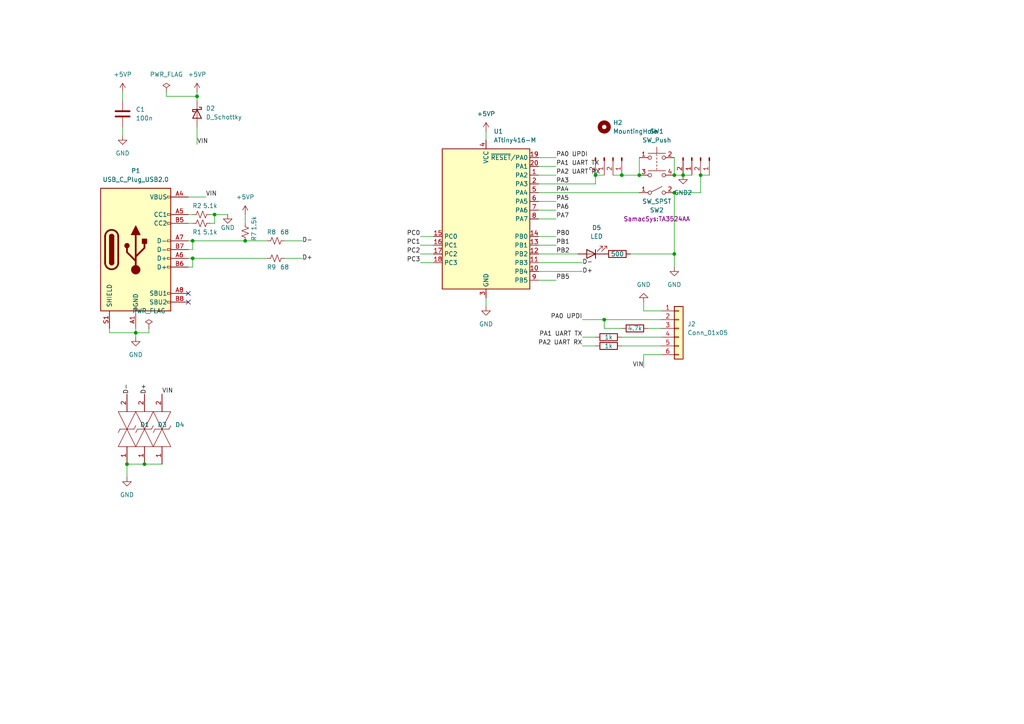
<source format=kicad_sch>
(kicad_sch (version 20230121) (generator eeschema)
  (paper "A4")
  (lib_symbols
    (symbol "Connector:Conn_01x02_Pin" (pin_names (offset 1.016) hide)
      (property "Reference" "J" (at 0 2.54 0))
      (property "Value" "Conn_01x02_Pin" (at 0 -5.08 0))
      (symbol "Conn_01x02_Pin_1_1"
        (polyline (pts (xy 1.27 -2.54) (xy 0.8636 -2.54)) (stroke (width 0.1524)))
        (polyline (pts (xy 1.27 0) (xy 0.8636 0)) (stroke (width 0.1524)))
        (rectangle (start 0.8636 -2.413) (end 0 -2.667) (stroke (width 0.1524)) (fill (type outline)))
        (rectangle (start 0.8636 0.127) (end 0 -0.127) (stroke (width 0.1524)) (fill (type outline)))
        (pin passive line (at 5.08 0 180) (length 3.81) (name "Pin_1") (number "1"))
        (pin passive line (at 5.08 -2.54 180) (length 3.81) (name "Pin_2") (number "2"))
      )
    )
    (symbol "Connector:USB_C_Receptacle_USB2.0" (pin_names (offset 1.016))
      (property "Reference" "J" (at -10.16 19.05 0))
      (property "Value" "USB_C_Receptacle_USB2.0" (at 19.05 19.05 0))
      (symbol "USB_C_Receptacle_USB2.0_0_0"
        (rectangle (start -0.254 -17.78) (end 0.254 -16.764))
        (rectangle (start 10.16 -14.986) (end 9.144 -15.494))
        (rectangle (start 10.16 -12.446) (end 9.144 -12.954))
        (rectangle (start 10.16 -4.826) (end 9.144 -5.334))
        (rectangle (start 10.16 -2.286) (end 9.144 -2.794))
        (rectangle (start 10.16 0.254) (end 9.144 -0.254))
        (rectangle (start 10.16 2.794) (end 9.144 2.286))
        (rectangle (start 10.16 7.874) (end 9.144 7.366))
        (rectangle (start 10.16 10.414) (end 9.144 9.906))
        (rectangle (start 10.16 15.494) (end 9.144 14.986))
      )
      (symbol "USB_C_Receptacle_USB2.0_0_1"
        (rectangle (start -10.16 17.78) (end 10.16 -17.78) (stroke (width 0.254)) (fill (type background)))
        (arc (start -8.89 -3.81) (mid -6.985 -5.7067) (end -5.08 -3.81) (stroke (width 0.508)))
        (arc (start -7.62 -3.81) (mid -6.985 -4.4423) (end -6.35 -3.81) (stroke (width 0.254)))
        (arc (start -7.62 -3.81) (mid -6.985 -4.4423) (end -6.35 -3.81) (stroke (width 0.254)) (fill (type outline)))
        (rectangle (start -7.62 -3.81) (end -6.35 3.81) (stroke (width 0.254)) (fill (type outline)))
        (arc (start -6.35 3.81) (mid -6.985 4.4423) (end -7.62 3.81) (stroke (width 0.254)))
        (arc (start -6.35 3.81) (mid -6.985 4.4423) (end -7.62 3.81) (stroke (width 0.254)) (fill (type outline)))
        (arc (start -5.08 3.81) (mid -6.985 5.7067) (end -8.89 3.81) (stroke (width 0.508)))
        (circle (center -2.54 1.143) (radius 0.635) (stroke (width 0.254)) (fill (type outline)))
        (circle (center 0 -5.842) (radius 1.27) (fill (type outline)))
        (polyline (pts (xy -8.89 -3.81) (xy -8.89 3.81)) (stroke (width 0.508)))
        (polyline (pts (xy -5.08 3.81) (xy -5.08 -3.81)) (stroke (width 0.508)))
        (polyline (pts (xy 0 -5.842) (xy 0 4.318)) (stroke (width 0.508)))
        (polyline (pts (xy 0 -3.302) (xy -2.54 -0.762) (xy -2.54 0.508)) (stroke (width 0.508)))
        (polyline (pts (xy 0 -2.032) (xy 2.54 0.508) (xy 2.54 1.778)) (stroke (width 0.508)))
        (polyline (pts (xy -1.27 4.318) (xy 0 6.858) (xy 1.27 4.318) (xy -1.27 4.318)) (stroke (width 0.254)) (fill (type outline)))
        (rectangle (start 1.905 1.778) (end 3.175 3.048) (stroke (width 0.254)) (fill (type outline)))
      )
      (symbol "USB_C_Receptacle_USB2.0_1_1"
        (pin passive line (at 0 -22.86 90) (length 5.08) (name "GND") (number "A1"))
        (pin passive line (at 0 -22.86 90) (length 5.08) hide (name "GND") (number "A12"))
        (pin passive line (at 15.24 15.24 180) (length 5.08) (name "VBUS") (number "A4"))
        (pin bidirectional line (at 15.24 10.16 180) (length 5.08) (name "CC1") (number "A5"))
        (pin bidirectional line (at 15.24 -2.54 180) (length 5.08) (name "D+") (number "A6"))
        (pin bidirectional line (at 15.24 2.54 180) (length 5.08) (name "D-") (number "A7"))
        (pin bidirectional line (at 15.24 -12.7 180) (length 5.08) (name "SBU1") (number "A8"))
        (pin passive line (at 15.24 15.24 180) (length 5.08) hide (name "VBUS") (number "A9"))
        (pin passive line (at 0 -22.86 90) (length 5.08) hide (name "GND") (number "B1"))
        (pin passive line (at 0 -22.86 90) (length 5.08) hide (name "GND") (number "B12"))
        (pin passive line (at 15.24 15.24 180) (length 5.08) hide (name "VBUS") (number "B4"))
        (pin bidirectional line (at 15.24 7.62 180) (length 5.08) (name "CC2") (number "B5"))
        (pin bidirectional line (at 15.24 -5.08 180) (length 5.08) (name "D+") (number "B6"))
        (pin bidirectional line (at 15.24 0 180) (length 5.08) (name "D-") (number "B7"))
        (pin bidirectional line (at 15.24 -15.24 180) (length 5.08) (name "SBU2") (number "B8"))
        (pin passive line (at 15.24 15.24 180) (length 5.08) hide (name "VBUS") (number "B9"))
        (pin passive line (at -7.62 -22.86 90) (length 5.08) (name "SHIELD") (number "S1"))
      )
    )
    (symbol "Connector_Generic:Conn_01x06" (pin_names (offset 1.016) hide)
      (property "Reference" "J" (at 0 7.62 0))
      (property "Value" "Conn_01x06" (at 0 -10.16 0))
      (symbol "Conn_01x06_1_1"
        (rectangle (start -1.27 -7.493) (end 0 -7.747) (stroke (width 0.1524)))
        (rectangle (start -1.27 -4.953) (end 0 -5.207) (stroke (width 0.1524)))
        (rectangle (start -1.27 -2.413) (end 0 -2.667) (stroke (width 0.1524)))
        (rectangle (start -1.27 0.127) (end 0 -0.127) (stroke (width 0.1524)))
        (rectangle (start -1.27 2.667) (end 0 2.413) (stroke (width 0.1524)))
        (rectangle (start -1.27 5.207) (end 0 4.953) (stroke (width 0.1524)))
        (rectangle (start -1.27 6.35) (end 1.27 -8.89) (stroke (width 0.254)) (fill (type background)))
        (pin passive line (at -5.08 5.08 0) (length 3.81) (name "Pin_1") (number "1"))
        (pin passive line (at -5.08 2.54 0) (length 3.81) (name "Pin_2") (number "2"))
        (pin passive line (at -5.08 0 0) (length 3.81) (name "Pin_3") (number "3"))
        (pin passive line (at -5.08 -2.54 0) (length 3.81) (name "Pin_4") (number "4"))
        (pin passive line (at -5.08 -5.08 0) (length 3.81) (name "Pin_5") (number "5"))
        (pin passive line (at -5.08 -7.62 0) (length 3.81) (name "Pin_6") (number "6"))
      )
    )
    (symbol "Device:C" (pin_numbers hide) (pin_names (offset 0.254))
      (property "Reference" "C" (at 0.635 2.54 0))
      (property "Value" "C" (at 0.635 -2.54 0))
      (symbol "C_0_1"
        (polyline (pts (xy -2.032 -0.762) (xy 2.032 -0.762)) (stroke (width 0.508)))
        (polyline (pts (xy -2.032 0.762) (xy 2.032 0.762)) (stroke (width 0.508)))
      )
      (symbol "C_1_1"
        (pin passive line (at 0 3.81 270) (length 2.794) (name "~") (number "1"))
        (pin passive line (at 0 -3.81 90) (length 2.794) (name "~") (number "2"))
      )
    )
    (symbol "Device:D_Schottky" (pin_numbers hide) (pin_names (offset 1.016) hide)
      (property "Reference" "D" (at 0 2.54 0))
      (property "Value" "D_Schottky" (at 0 -2.54 0))
      (symbol "D_Schottky_0_1"
        (polyline (pts (xy 1.27 0) (xy -1.27 0)))
        (polyline (pts (xy 1.27 1.27) (xy 1.27 -1.27) (xy -1.27 0) (xy 1.27 1.27)) (stroke (width 0.254)))
        (polyline (pts (xy -1.905 0.635) (xy -1.905 1.27) (xy -1.27 1.27) (xy -1.27 -1.27) (xy -0.635 -1.27) (xy -0.635 -0.635)) (stroke (width 0.254)))
      )
      (symbol "D_Schottky_1_1"
        (pin passive line (at -3.81 0 0) (length 2.54) (name "K") (number "1"))
        (pin passive line (at 3.81 0 180) (length 2.54) (name "A") (number "2"))
      )
    )
    (symbol "Device:LED" (pin_numbers hide) (pin_names (offset 1.016) hide)
      (property "Reference" "D" (at 0 2.54 0))
      (property "Value" "LED" (at 0 -2.54 0))
      (symbol "LED_0_1"
        (polyline (pts (xy -1.27 -1.27) (xy -1.27 1.27)) (stroke (width 0.254)))
        (polyline (pts (xy -1.27 0) (xy 1.27 0)))
        (polyline (pts (xy 1.27 -1.27) (xy 1.27 1.27) (xy -1.27 0) (xy 1.27 -1.27)) (stroke (width 0.254)))
        (polyline (pts (xy -3.048 -0.762) (xy -4.572 -2.286) (xy -3.81 -2.286) (xy -4.572 -2.286) (xy -4.572 -1.524)))
        (polyline (pts (xy -1.778 -0.762) (xy -3.302 -2.286) (xy -2.54 -2.286) (xy -3.302 -2.286) (xy -3.302 -1.524)))
      )
      (symbol "LED_1_1"
        (pin passive line (at -3.81 0 0) (length 2.54) (name "K") (number "1"))
        (pin passive line (at 3.81 0 180) (length 2.54) (name "A") (number "2"))
      )
    )
    (symbol "Device:R" (pin_numbers hide) (pin_names (offset 0))
      (property "Reference" "R" (at 2.032 0 90))
      (property "Value" "R" (at 0 0 90))
      (symbol "R_0_1"
        (rectangle (start -1.016 -2.54) (end 1.016 2.54) (stroke (width 0.254)))
      )
      (symbol "R_1_1"
        (pin passive line (at 0 3.81 270) (length 1.27) (name "~") (number "1"))
        (pin passive line (at 0 -3.81 90) (length 1.27) (name "~") (number "2"))
      )
    )
    (symbol "Device:R_Small_US" (pin_numbers hide) (pin_names (offset 0.254) hide)
      (property "Reference" "R" (at 0.762 0.508 0))
      (property "Value" "R_Small_US" (at 0.762 -1.016 0))
      (symbol "R_Small_US_1_1"
        (polyline (pts (xy 0 0) (xy 1.016 -0.381) (xy 0 -0.762) (xy -1.016 -1.143) (xy 0 -1.524)))
        (polyline (pts (xy 0 1.524) (xy 1.016 1.143) (xy 0 0.762) (xy -1.016 0.381) (xy 0 0)))
        (pin passive line (at 0 2.54 270) (length 1.016) (name "~") (number "1"))
        (pin passive line (at 0 -2.54 90) (length 1.016) (name "~") (number "2"))
      )
    )
    (symbol "MCU_Microchip_ATtiny:ATtiny416-M"
      (property "Reference" "U" (at -12.7 21.59 0))
      (property "Value" "ATtiny416-M" (at 2.54 -21.59 0))
      (symbol "ATtiny416-M_0_1"
        (rectangle (start -12.7 -20.32) (end 12.7 20.32) (stroke (width 0.254)) (fill (type background)))
      )
      (symbol "ATtiny416-M_1_1"
        (pin bidirectional line (at 15.24 12.7 180) (length 2.54) (name "PA2") (number "1"))
        (pin bidirectional line (at 15.24 -15.24 180) (length 2.54) (name "PB4") (number "10"))
        (pin bidirectional line (at 15.24 -12.7 180) (length 2.54) (name "PB3") (number "11"))
        (pin bidirectional line (at 15.24 -10.16 180) (length 2.54) (name "PB2") (number "12"))
        (pin bidirectional line (at 15.24 -7.62 180) (length 2.54) (name "PB1") (number "13"))
        (pin bidirectional line (at 15.24 -5.08 180) (length 2.54) (name "PB0") (number "14"))
        (pin bidirectional line (at -15.24 -5.08 0) (length 2.54) (name "PC0") (number "15"))
        (pin bidirectional line (at -15.24 -7.62 0) (length 2.54) (name "PC1") (number "16"))
        (pin bidirectional line (at -15.24 -10.16 0) (length 2.54) (name "PC2") (number "17"))
        (pin bidirectional line (at -15.24 -12.7 0) (length 2.54) (name "PC3") (number "18"))
        (pin bidirectional line (at 15.24 17.78 180) (length 2.54) (name "~{RESET}/PA0") (number "19"))
        (pin bidirectional line (at 15.24 10.16 180) (length 2.54) (name "PA3") (number "2"))
        (pin bidirectional line (at 15.24 15.24 180) (length 2.54) (name "PA1") (number "20"))
        (pin passive line (at 0 -22.86 90) (length 2.54) hide (name "GND") (number "21"))
        (pin power_in line (at 0 -22.86 90) (length 2.54) (name "GND") (number "3"))
        (pin power_in line (at 0 22.86 270) (length 2.54) (name "VCC") (number "4"))
        (pin bidirectional line (at 15.24 7.62 180) (length 2.54) (name "PA4") (number "5"))
        (pin bidirectional line (at 15.24 5.08 180) (length 2.54) (name "PA5") (number "6"))
        (pin bidirectional line (at 15.24 2.54 180) (length 2.54) (name "PA6") (number "7"))
        (pin bidirectional line (at 15.24 0 180) (length 2.54) (name "PA7") (number "8"))
        (pin bidirectional line (at 15.24 -17.78 180) (length 2.54) (name "PB5") (number "9"))
      )
    )
    (symbol "Mechanical:MountingHole" (pin_names (offset 1.016))
      (property "Reference" "H" (at 0 5.08 0))
      (property "Value" "MountingHole" (at 0 3.175 0))
      (symbol "MountingHole_0_1"
        (circle (center 0 0) (radius 1.27) (stroke (width 1.27)))
      )
    )
    (symbol "SamacSys:LESD5D5.0CT1G" (pin_names (offset 0.762))
      (property "Reference" "D" (at 12.7 8.89 0))
      (property "Value" "LESD5D5.0CT1G" (at 12.7 6.35 0))
      (symbol "LESD5D5.0CT1G_0_0"
        (pin passive line (at 0 0 0) (length 5.08) (name "~") (number "1"))
        (pin passive line (at 20.32 0 180) (length 5.08) (name "~") (number "2"))
      )
      (symbol "LESD5D5.0CT1G_0_1"
        (polyline (pts (xy 9.144 2.54) (xy 10.16 2.032)) (stroke (width 0.1524)))
        (polyline (pts (xy 10.16 -2.032) (xy 10.16 2.032)) (stroke (width 0.1524)))
        (polyline (pts (xy 10.16 -2.032) (xy 11.176 -2.54)) (stroke (width 0.1524)))
        (polyline (pts (xy 10.16 0) (xy 5.08 -2.54) (xy 5.08 2.54) (xy 10.16 0)) (stroke (width 0.1524)))
        (polyline (pts (xy 10.16 0) (xy 15.24 -2.54) (xy 15.24 2.54) (xy 10.16 0)) (stroke (width 0.1524)))
      )
    )
    (symbol "Switch:SW_Push_Dual" (pin_names (offset 1.016) hide)
      (property "Reference" "SW" (at 1.27 2.54 0))
      (property "Value" "SW_Push_Dual" (at 0 -6.858 0))
      (symbol "SW_Push_Dual_0_1"
        (circle (center -2.032 -5.08) (radius 0.508))
        (circle (center -2.032 0) (radius 0.508))
        (polyline (pts (xy 0 -3.048) (xy 0 -3.556)))
        (polyline (pts (xy 0 -2.032) (xy 0 -2.54)))
        (polyline (pts (xy 0 -1.524) (xy 0 -1.016)))
        (polyline (pts (xy 0 -0.508) (xy 0 0)))
        (polyline (pts (xy 0 0.508) (xy 0 1.016)))
        (polyline (pts (xy 0 1.27) (xy 0 3.048)))
        (polyline (pts (xy 2.54 -3.81) (xy -2.54 -3.81)))
        (polyline (pts (xy 2.54 1.27) (xy -2.54 1.27)))
        (circle (center 2.032 -5.08) (radius 0.508))
        (circle (center 2.032 0) (radius 0.508))
        (pin passive line (at -5.08 0 0) (length 2.54) (name "1") (number "1"))
        (pin passive line (at 5.08 0 180) (length 2.54) (name "2") (number "2"))
        (pin passive line (at -5.08 -5.08 0) (length 2.54) (name "3") (number "3"))
        (pin passive line (at 5.08 -5.08 180) (length 2.54) (name "4") (number "4"))
      )
    )
    (symbol "Switch:SW_SPST" (pin_names (offset 0) hide)
      (property "Reference" "SW" (at 0 3.175 0))
      (property "Value" "SW_SPST" (at 0 -2.54 0))
      (symbol "SW_SPST_0_0"
        (circle (center -2.032 0) (radius 0.508))
        (polyline (pts (xy -1.524 0.254) (xy 1.524 1.778)))
        (circle (center 2.032 0) (radius 0.508))
      )
      (symbol "SW_SPST_1_1"
        (pin passive line (at -5.08 0 0) (length 2.54) (name "A") (number "1"))
        (pin passive line (at 5.08 0 180) (length 2.54) (name "B") (number "2"))
      )
    )
    (symbol "power:+5VP" (power) (pin_names (offset 0))
      (property "Value" "+5VP" (at 0 3.556 0))
      (symbol "+5VP_0_1"
        (polyline (pts (xy -0.762 1.27) (xy 0 2.54)))
        (polyline (pts (xy 0 0) (xy 0 2.54)))
        (polyline (pts (xy 0 2.54) (xy 0.762 1.27)))
      )
      (symbol "+5VP_1_1"
        (pin power_in line (at 0 0 90) (length 0) hide (name "+5VP") (number "1"))
      )
    )
    (symbol "power:GND" (power) (pin_names (offset 0))
      (property "Value" "GND" (at 0 -3.81 0))
      (symbol "GND_0_1"
        (polyline (pts (xy 0 0) (xy 0 -1.27) (xy 1.27 -1.27) (xy 0 -2.54) (xy -1.27 -1.27) (xy 0 -1.27)))
      )
      (symbol "GND_1_1"
        (pin power_in line (at 0 0 270) (length 0) hide (name "GND") (number "1"))
      )
    )
    (symbol "power:GND2" (power) (pin_names (offset 0))
      (property "Value" "GND2" (at 0 -3.81 0))
      (symbol "GND2_0_1"
        (polyline (pts (xy 0 0) (xy 0 -1.27) (xy 1.27 -1.27) (xy 0 -2.54) (xy -1.27 -1.27) (xy 0 -1.27)))
      )
      (symbol "GND2_1_1"
        (pin power_in line (at 0 0 270) (length 0) hide (name "GND2") (number "1"))
      )
    )
    (symbol "power:PWR_FLAG" (power) (pin_numbers hide) (pin_names (offset 0) hide)
      (property "Value" "PWR_FLAG" (at 0 3.81 0))
      (symbol "PWR_FLAG_0_0"
        (pin power_out line (at 0 0 90) (length 0) (name "pwr") (number "1"))
      )
      (symbol "PWR_FLAG_0_1"
        (polyline (pts (xy 0 0) (xy 0 1.27) (xy -1.016 1.905) (xy 0 2.54) (xy 1.016 1.905) (xy 0 1.27)))
      )
    )
  )
  (junction (at 180.34 50.8))
  (junction (at 195.58 73.66))
  (junction (at 198.12 50.8))
  (junction (at 41.91 134.62))
  (junction (at 36.83 134.62))
  (junction (at 55.88 74.93))
  (junction (at 39.37 96.52))
  (junction (at 175.26 92.71))
  (junction (at 172.72 50.8))
  (junction (at 195.58 55.88))
  (junction (at 71.12 69.85))
  (junction (at 57.15 27.94))
  (junction (at 55.88 69.85))
  (junction (at 62.23 62.23))
  (junction (at 195.58 50.8))
  (junction (at 203.2 50.8))
  (junction (at 185.42 50.8))
  (no_connect (at 54.61 85.09))
  (no_connect (at 54.61 87.63))
  (wire (pts (xy 156.21 50.8) (xy 161.29 50.8)))
  (wire (pts (xy 121.92 73.66) (xy 125.73 73.66)))
  (wire (pts (xy 140.97 86.36) (xy 140.97 88.9)))
  (wire (pts (xy 55.88 69.85) (xy 54.61 69.85)))
  (wire (pts (xy 48.26 27.94) (xy 57.15 27.94)))
  (wire (pts (xy 35.56 26.67) (xy 35.56 29.21)))
  (wire (pts (xy 195.58 45.72) (xy 195.58 50.8)))
  (wire (pts (xy 55.88 69.85) (xy 71.12 69.85)))
  (wire (pts (xy 35.56 36.83) (xy 35.56 39.37)))
  (wire (pts (xy 55.88 72.39) (xy 54.61 72.39)))
  (wire (pts (xy 156.21 58.42) (xy 161.29 58.42)))
  (wire (pts (xy 39.37 97.79) (xy 39.37 96.52)))
  (wire (pts (xy 55.88 74.93) (xy 77.47 74.93)))
  (wire (pts (xy 156.21 76.2) (xy 168.91 76.2)))
  (wire (pts (xy 172.72 50.8) (xy 175.26 50.8)))
  (wire (pts (xy 195.58 50.8) (xy 198.12 50.8)))
  (wire (pts (xy 198.12 50.8) (xy 200.66 50.8)))
  (wire (pts (xy 60.96 64.77) (xy 62.23 64.77)))
  (wire (pts (xy 156.21 60.96) (xy 161.29 60.96)))
  (wire (pts (xy 195.58 55.88) (xy 195.58 73.66)))
  (wire (pts (xy 41.91 134.62) (xy 46.99 134.62)))
  (wire (pts (xy 57.15 26.67) (xy 57.15 27.94)))
  (wire (pts (xy 55.88 69.85) (xy 55.88 72.39)))
  (wire (pts (xy 156.21 68.58) (xy 161.29 68.58)))
  (wire (pts (xy 31.75 96.52) (xy 31.75 95.25)))
  (wire (pts (xy 156.21 71.12) (xy 161.29 71.12)))
  (wire (pts (xy 156.21 78.74) (xy 168.91 78.74)))
  (wire (pts (xy 62.23 62.23) (xy 60.96 62.23)))
  (wire (pts (xy 172.72 50.8) (xy 172.72 53.34)))
  (wire (pts (xy 140.97 38.1) (xy 140.97 40.64)))
  (wire (pts (xy 195.58 73.66) (xy 195.58 77.47)))
  (wire (pts (xy 121.92 76.2) (xy 125.73 76.2)))
  (wire (pts (xy 54.61 62.23) (xy 55.88 62.23)))
  (wire (pts (xy 180.34 50.8) (xy 185.42 50.8)))
  (wire (pts (xy 66.04 62.23) (xy 62.23 62.23)))
  (wire (pts (xy 36.83 134.62) (xy 41.91 134.62)))
  (wire (pts (xy 156.21 53.34) (xy 172.72 53.34)))
  (wire (pts (xy 54.61 57.15) (xy 59.69 57.15)))
  (wire (pts (xy 71.12 69.85) (xy 77.47 69.85)))
  (wire (pts (xy 121.92 68.58) (xy 125.73 68.58)))
  (wire (pts (xy 55.88 77.47) (xy 54.61 77.47)))
  (wire (pts (xy 187.96 95.25) (xy 191.77 95.25)))
  (wire (pts (xy 203.2 55.88) (xy 195.58 55.88)))
  (wire (pts (xy 168.91 100.33) (xy 172.72 100.33)))
  (wire (pts (xy 156.21 73.66) (xy 167.64 73.66)))
  (wire (pts (xy 168.91 97.79) (xy 172.72 97.79)))
  (wire (pts (xy 31.75 96.52) (xy 39.37 96.52)))
  (wire (pts (xy 156.21 55.88) (xy 185.42 55.88)))
  (wire (pts (xy 43.18 96.52) (xy 43.18 95.25)))
  (wire (pts (xy 186.69 106.68) (xy 186.69 102.87)))
  (wire (pts (xy 156.21 45.72) (xy 161.29 45.72)))
  (wire (pts (xy 82.55 74.93) (xy 87.63 74.93)))
  (wire (pts (xy 203.2 50.8) (xy 203.2 55.88)))
  (wire (pts (xy 191.77 102.87) (xy 186.69 102.87)))
  (wire (pts (xy 62.23 64.77) (xy 62.23 62.23)))
  (wire (pts (xy 39.37 96.52) (xy 39.37 95.25)))
  (wire (pts (xy 121.92 71.12) (xy 125.73 71.12)))
  (wire (pts (xy 57.15 36.83) (xy 57.15 41.91)))
  (wire (pts (xy 203.2 50.8) (xy 205.74 50.8)))
  (wire (pts (xy 48.26 26.67) (xy 48.26 27.94)))
  (wire (pts (xy 168.91 92.71) (xy 175.26 92.71)))
  (wire (pts (xy 180.34 97.79) (xy 191.77 97.79)))
  (wire (pts (xy 156.21 48.26) (xy 161.29 48.26)))
  (wire (pts (xy 175.26 92.71) (xy 191.77 92.71)))
  (wire (pts (xy 180.34 100.33) (xy 191.77 100.33)))
  (wire (pts (xy 57.15 27.94) (xy 57.15 29.21)))
  (wire (pts (xy 175.26 95.25) (xy 175.26 92.71)))
  (wire (pts (xy 36.83 138.43) (xy 36.83 134.62)))
  (wire (pts (xy 156.21 81.28) (xy 161.29 81.28)))
  (wire (pts (xy 177.8 50.8) (xy 180.34 50.8)))
  (wire (pts (xy 55.88 74.93) (xy 55.88 77.47)))
  (wire (pts (xy 156.21 63.5) (xy 161.29 63.5)))
  (wire (pts (xy 71.12 62.23) (xy 71.12 64.77)))
  (wire (pts (xy 55.88 64.77) (xy 54.61 64.77)))
  (wire (pts (xy 82.55 69.85) (xy 87.63 69.85)))
  (wire (pts (xy 55.88 74.93) (xy 54.61 74.93)))
  (wire (pts (xy 186.69 90.17) (xy 191.77 90.17)))
  (wire (pts (xy 186.69 90.17) (xy 186.69 87.63)))
  (wire (pts (xy 195.58 73.66) (xy 182.88 73.66)))
  (wire (pts (xy 43.18 96.52) (xy 39.37 96.52)))
  (wire (pts (xy 180.34 95.25) (xy 175.26 95.25)))
  (wire (pts (xy 185.42 45.72) (xy 185.42 50.8)))
  (label "PA4" (at 161.29 55.88 0))
  (label "D-" (at 36.83 114.3 90) (property "Intersheetrefs" "${INTERSHEET_REFS}" (effects hide)))
  (label "PC0" (at 121.92 68.58 180))
  (label "PA0 UPDI" (at 161.29 45.72 0))
  (label "PC2" (at 121.92 73.66 180))
  (label "PA2 UART RX" (at 161.29 50.8 0))
  (label "PB0" (at 161.29 68.58 0))
  (label "D+" (at 168.91 78.74 0) (property "Intersheetrefs" "${INTERSHEET_REFS}" (effects hide)))
  (label "PA7" (at 161.29 63.5 0))
  (label "PB1" (at 161.29 71.12 0))
  (label "VIN" (at 59.69 57.15 0))
  (label "D+" (at 87.63 74.93 0) (property "Intersheetrefs" "${INTERSHEET_REFS}" (effects hide)))
  (label "PC1" (at 121.92 71.12 180))
  (label "PA5" (at 161.29 58.42 0))
  (label "D+" (at 41.91 114.3 90) (property "Intersheetrefs" "${INTERSHEET_REFS}" (effects hide)))
  (label "PC3" (at 121.92 76.2 180))
  (label "VIN" (at 46.99 114.3 0))
  (label "PA3" (at 161.29 53.34 0))
  (label "VIN" (at 57.15 41.91 0))
  (label "VIN" (at 186.69 106.68 180))
  (label "D-" (at 87.63 69.85 0) (property "Intersheetrefs" "${INTERSHEET_REFS}" (effects hide)))
  (label "PA1 UART TX" (at 168.91 97.79 180))
  (label "PA1 UART TX" (at 161.29 48.26 0))
  (label "PB2" (at 161.29 73.66 0))
  (label "PA0 UPDI" (at 168.91 92.71 180))
  (label "PB5" (at 161.29 81.28 0))
  (label "PA6" (at 161.29 60.96 0))
  (label "PA2 UART RX" (at 168.91 100.33 180))
  (label "D-" (at 168.91 76.2 0) (property "Intersheetrefs" "${INTERSHEET_REFS}" (effects hide)))
  (symbol (lib_id "SamacSys:LESD5D5.0CT1G") (at 46.99 134.62 90) (unit 1)
    (property "Reference" "D4" (at 50.8 123.19 90) (effects (justify right)))
    (property "Value" "LESD5D5.0CT1G" (effects hide))
    (property "Footprint" "SamacSys:LESD5D50CT1G" (effects hide))
    (property "Description" "Transient Voltage Suppressors for ESD Protection" (effects hide))
    (property "Height" "0.7" (effects hide))
    (property "Manufacturer_Name" "LRC" (effects hide))
    (property "Manufacturer_Part_Number" "LESD5D5.0CT1G" (effects hide))
    (property "LCSC" "C383211" (effects hide))
  )
  (symbol (lib_id "power:GND") (at 35.56 39.37 0) (unit 1)
    (property "Reference" "#PWR09" (effects hide))
    (property "Value" "GND" (at 35.56 44.45 0))
  )
  (symbol (lib_id "SamacSys:LESD5D5.0CT1G") (at 41.91 134.62 90) (unit 1)
    (property "Reference" "D3" (at 45.72 123.19 90) (effects (justify right)))
    (property "Value" "LESD5D5.0CT1G" (effects hide))
    (property "Footprint" "SamacSys:LESD5D50CT1G" (effects hide))
    (property "Description" "Transient Voltage Suppressors for ESD Protection" (effects hide))
    (property "Height" "0.7" (effects hide))
    (property "Manufacturer_Name" "LRC" (effects hide))
    (property "Manufacturer_Part_Number" "LESD5D5.0CT1G" (effects hide))
    (property "LCSC" "C383211" (effects hide))
  )
  (symbol (lib_id "Connector:Conn_01x02_Pin") (at 200.66 45.72 270) (unit 1)
    (property "Reference" "TP6" (effects hide))
    (property "Value" "TestPoint" (effects hide))
    (property "Footprint" "Connector_PinHeader_2.54mm:PinHeader_1x02_P2.54mm_Vertical" (effects hide))
  )
  (symbol (lib_id "Device:R_Small_US") (at 58.42 62.23 270) (unit 1)
    (property "Reference" "R2" (at 57.15 59.69 90))
    (property "Value" "5.1k" (at 60.96 59.69 90))
    (property "Footprint" "Resistor_SMD:R_0402_1005Metric" (effects hide))
  )
  (symbol (lib_id "Mechanical:MountingHole") (at 175.26 36.83 0) (unit 1)
    (property "Reference" "H2" (at 177.8 35.56 0) (effects (justify left)))
    (property "Value" "MountingHole" (at 177.8 38.1 0) (effects (justify left)))
    (property "Footprint" "panelization:mouse-bite-2.54mm-slot" (effects hide))
  )
  (symbol (lib_id "power:GND") (at 36.83 138.43 0) (unit 1)
    (property "Reference" "#PWR02" (effects hide))
    (property "Value" "GND" (at 36.83 143.51 0))
  )
  (symbol (lib_id "power:+5VP") (at 140.97 38.1 0) (unit 1)
    (property "Reference" "#PWR05" (effects hide))
    (property "Value" "+5VP" (at 140.97 33.02 0))
  )
  (symbol (lib_id "Device:R") (at 179.07 73.66 90) (unit 1)
    (property "Reference" "R6" (effects hide))
    (property "Value" "500" (at 179.07 73.66 90))
    (property "Footprint" "Resistor_SMD:R_0402_1005Metric" (effects hide))
  )
  (symbol (lib_id "Device:R_Small_US") (at 58.42 64.77 270) (unit 1)
    (property "Reference" "R1" (at 57.15 67.31 90))
    (property "Value" "5.1k" (at 60.96 67.31 90))
    (property "Footprint" "Resistor_SMD:R_0402_1005Metric" (effects hide))
  )
  (symbol (lib_id "power:GND") (at 195.58 77.47 0) (unit 1)
    (property "Reference" "#PWR012" (effects hide))
    (property "Value" "GND" (at 195.58 82.55 0))
  )
  (symbol (lib_id "power:+5VP") (at 35.56 26.67 0) (unit 1)
    (property "Reference" "#PWR08" (effects hide))
    (property "Value" "+5VP" (at 35.56 21.59 0))
  )
  (symbol (lib_id "Switch:SW_SPST") (at 190.5 55.88 0) (unit 1)
    (property "Reference" "SW2" (at 190.5 60.96 0))
    (property "Value" "SW_SPST" (at 190.5 58.42 0))
    (property "Footprint" "SamacSys:TA3524AA" (at 190.5 63.5 0))
  )
  (symbol (lib_id "Device:R") (at 176.53 100.33 90) (unit 1)
    (property "Reference" "R4" (effects hide))
    (property "Value" "1k" (at 176.53 100.33 90))
    (property "Footprint" "Resistor_SMD:R_0402_1005Metric" (effects hide))
  )
  (symbol (lib_id "Switch:SW_Push_Dual") (at 190.5 45.72 0) (unit 1)
    (property "Reference" "SW1" (at 190.5 38.1 0))
    (property "Value" "SW_Push" (at 190.5 40.64 0))
    (property "Footprint" "keyswitches:Kailh_socket_MX_optional" (effects hide))
  )
  (symbol (lib_id "power:GND2") (at 198.12 50.8 0) (unit 1)
    (property "Reference" "#PWR010" (effects hide))
    (property "Value" "GND2" (at 198.12 55.88 0))
  )
  (symbol (lib_id "Device:LED") (at 171.45 73.66 180) (unit 1)
    (property "Reference" "D5" (at 173.0375 66.04 0))
    (property "Value" "LED" (at 173.0375 68.58 0))
    (property "Footprint" "LED_SMD:LED_0603_1608Metric" (effects hide))
  )
  (symbol (lib_id "power:GND") (at 66.04 62.23 0) (unit 1)
    (property "Reference" "#PWR04" (effects hide))
    (property "Value" "GND" (at 66.04 66.04 0))
  )
  (symbol (lib_id "Connector:Conn_01x02_Pin") (at 205.74 45.72 270) (unit 1)
    (property "Reference" "TP3" (effects hide))
    (property "Value" "TestPoint" (effects hide))
    (property "Footprint" "Connector_PinHeader_2.54mm:PinHeader_1x02_P2.54mm_Vertical" (effects hide))
  )
  (symbol (lib_id "Connector:Conn_01x02_Pin") (at 175.26 45.72 270) (unit 1)
    (property "Reference" "TP2" (effects hide))
    (property "Value" "TestPoint" (effects hide))
    (property "Footprint" "Connector_PinHeader_2.54mm:PinHeader_1x02_P2.54mm_Vertical" (effects hide))
  )
  (symbol (lib_id "Connector_Generic:Conn_01x06") (at 196.85 95.25 0) (unit 1)
    (property "Reference" "J2" (at 199.39 93.98 0) (effects (justify left)))
    (property "Value" "Conn_01x05" (at 199.39 96.52 0) (effects (justify left)))
    (property "Footprint" "Connector_PinHeader_2.54mm:PinHeader_1x06_P2.54mm_Vertical" (effects hide))
  )
  (symbol (lib_id "Device:C") (at 35.56 33.02 0) (unit 1)
    (property "Reference" "C1" (at 39.37 31.75 0) (effects (justify left)))
    (property "Value" "100n" (at 39.37 34.29 0) (effects (justify left)))
    (property "Footprint" "Capacitor_SMD:C_0402_1005Metric" (effects hide))
  )
  (symbol (lib_id "power:GND") (at 186.69 87.63 180) (unit 1)
    (property "Reference" "#PWR07" (effects hide))
    (property "Value" "GND" (at 186.69 82.55 0))
  )
  (symbol (lib_id "Device:R_Small_US") (at 80.01 69.85 90) (unit 1)
    (property "Reference" "R8" (at 78.74 67.31 90))
    (property "Value" "68" (at 82.55 67.31 90))
    (property "Footprint" "Resistor_SMD:R_0402_1005Metric" (effects hide))
  )
  (symbol (lib_id "Device:R_Small_US") (at 80.01 74.93 90) (unit 1)
    (property "Reference" "R9" (at 78.74 77.47 90))
    (property "Value" "68" (at 82.55 77.47 90))
    (property "Footprint" "Resistor_SMD:R_0402_1005Metric" (effects hide))
  )
  (symbol (lib_id "power:GND") (at 39.37 97.79 0) (unit 1)
    (property "Reference" "#PWR01" (effects hide))
    (property "Value" "GND" (at 39.37 102.87 0))
  )
  (symbol (lib_id "power:+5VP") (at 57.15 26.67 0) (unit 1)
    (property "Reference" "#PWR013" (effects hide))
    (property "Value" "+5VP" (at 57.15 21.59 0))
  )
  (symbol (lib_id "Device:R_Small_US") (at 71.12 67.31 0) (unit 1)
    (property "Reference" "R7" (at 73.66 68.58 90))
    (property "Value" "1.5k" (at 73.66 64.77 90))
    (property "Footprint" "Resistor_SMD:R_0402_1005Metric" (effects hide))
  )
  (symbol (lib_id "power:+5VP") (at 71.12 62.23 0) (unit 1)
    (property "Reference" "#PWR03" (effects hide))
    (property "Value" "+5VP" (at 71.12 57.15 0))
  )
  (symbol (lib_id "SamacSys:LESD5D5.0CT1G") (at 36.83 134.62 90) (unit 1)
    (property "Reference" "D1" (at 40.64 123.19 90) (effects (justify right)))
    (property "Value" "LESD5D5.0CT1G" (effects hide))
    (property "Footprint" "SamacSys:LESD5D50CT1G" (effects hide))
    (property "Description" "Transient Voltage Suppressors for ESD Protection" (effects hide))
    (property "Height" "0.7" (effects hide))
    (property "Manufacturer_Name" "LRC" (effects hide))
    (property "Manufacturer_Part_Number" "LESD5D5.0CT1G" (effects hide))
    (property "LCSC" "C383211" (effects hide))
  )
  (symbol (lib_id "Device:R") (at 184.15 95.25 90) (unit 1)
    (property "Reference" "R5" (effects hide))
    (property "Value" "4.7k" (at 184.15 95.25 90))
    (property "Footprint" "Resistor_SMD:R_0402_1005Metric" (effects hide))
  )
  (symbol (lib_id "Connector:Conn_01x02_Pin") (at 180.34 45.72 270) (unit 1)
    (property "Reference" "TP1" (effects hide))
    (property "Value" "TestPoint" (effects hide))
    (property "Footprint" "Connector_PinHeader_2.54mm:PinHeader_1x02_P2.54mm_Vertical" (effects hide))
  )
  (symbol (lib_id "power:GND") (at 140.97 88.9 0) (unit 1)
    (property "Reference" "#PWR06" (effects hide))
    (property "Value" "GND" (at 140.97 93.98 0))
  )
  (symbol (lib_id "Device:R") (at 176.53 97.79 90) (unit 1)
    (property "Reference" "R3" (effects hide))
    (property "Value" "1k" (at 176.53 97.79 90))
    (property "Footprint" "Resistor_SMD:R_0402_1005Metric" (effects hide))
  )
  (symbol (lib_id "power:PWR_FLAG") (at 48.26 26.67 0) (unit 1)
    (property "Reference" "#FLG02" (effects hide))
    (property "Value" "PWR_FLAG" (at 48.26 21.59 0))
  )
  (symbol (lib_id "power:PWR_FLAG") (at 43.18 95.25 0) (unit 1)
    (property "Reference" "#FLG01" (effects hide))
    (property "Value" "PWR_FLAG" (at 43.18 90.17 0))
  )
  (symbol (lib_id "Device:D_Schottky") (at 57.15 33.02 270) (unit 1)
    (property "Reference" "D2" (at 59.69 31.4325 90) (effects (justify left)))
    (property "Value" "D_Schottky" (at 59.69 33.9725 90) (effects (justify left)))
    (property "Footprint" "Diode_SMD:D_SOD-323" (effects hide))
  )
  (symbol (lib_id "MCU_Microchip_ATtiny:ATtiny416-M") (at 140.97 63.5 0) (unit 1)
    (property "Reference" "U1" (at 143.1641 38.1 0) (effects (justify left)))
    (property "Value" "ATtiny416-M" (at 143.1641 40.64 0) (effects (justify left)))
    (property "Footprint" "Package_DFN_QFN:VQFN-20-1EP_3x3mm_P0.4mm_EP1.7x1.7mm" (effects hide))
    (property "Datasheet" "http://ww1.microchip.com/downloads/en/DeviceDoc/40001913A.pdf" (effects hide))
  )
  (symbol (lib_id "Connector:USB_C_Receptacle_USB2.0") (at 39.37 72.39 0) (unit 1)
    (property "Reference" "P1" (at 39.37 49.53 0))
    (property "Value" "USB_C_Plug_USB2.0" (at 39.37 52.07 0))
    (property "Footprint" "usbc:USB-C-SMD_KH-TYPE-C-16P" (effects hide))
    (property "Datasheet" "https://www.usb.org/sites/default/files/documents/usb_type-c.zip" (effects hide))
  )
)
</source>
